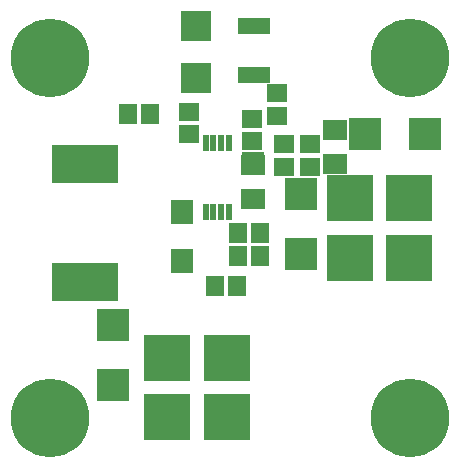
<source format=gbr>
G75*
G70*
%OFA0B0*%
%FSLAX24Y24*%
%IPPOS*%
%LPD*%
%AMOC8*
5,1,8,0,0,1.08239X$1,22.5*
%
%ADD10R,0.0218X0.0552*%
%ADD11R,0.1064X0.1084*%
%ADD12R,0.0592X0.0671*%
%ADD13R,0.0671X0.0592*%
%ADD14R,0.1084X0.1064*%
%ADD15R,0.1025X0.1025*%
%ADD16R,0.2245X0.1261*%
%ADD17R,0.1580X0.1580*%
%ADD18C,0.2620*%
%ADD19R,0.0790X0.0710*%
%ADD20R,0.0749X0.0789*%
%ADD21R,0.1080X0.0580*%
%ADD22R,0.0730X0.0730*%
D10*
X007628Y012478D03*
X007883Y012478D03*
X008139Y012478D03*
X008395Y012478D03*
X008395Y014781D03*
X008139Y014781D03*
X007883Y014781D03*
X007628Y014781D03*
D11*
X010811Y013065D03*
X010811Y011076D03*
X004539Y008706D03*
X004539Y006718D03*
D12*
X007925Y010015D03*
X008673Y010015D03*
X008696Y011000D03*
X009444Y011000D03*
X009444Y011771D03*
X008696Y011771D03*
X005783Y015736D03*
X005035Y015736D03*
D13*
X007074Y015830D03*
X007074Y015082D03*
X009165Y014838D03*
X009165Y015586D03*
X009992Y015689D03*
X009992Y016437D03*
X010252Y014732D03*
X010252Y013984D03*
X011094Y013984D03*
X011094Y014732D03*
D14*
X012943Y015090D03*
X014931Y015090D03*
D15*
X007307Y016937D03*
X007307Y018669D03*
D16*
X003606Y014098D03*
X003606Y010161D03*
D17*
X006354Y007630D03*
X006354Y005661D03*
X008354Y005661D03*
X008354Y007630D03*
X012448Y010960D03*
X012448Y012960D03*
X014417Y012960D03*
X014417Y010960D03*
D18*
X002448Y005630D03*
X002448Y017630D03*
X014448Y017630D03*
X014448Y005630D03*
D19*
X009189Y012912D03*
X009189Y014032D03*
X011944Y014093D03*
X011944Y015213D03*
D20*
X006826Y012468D03*
X006826Y010854D03*
D21*
X009248Y017046D03*
X009248Y018671D03*
D22*
X009189Y014102D03*
M02*

</source>
